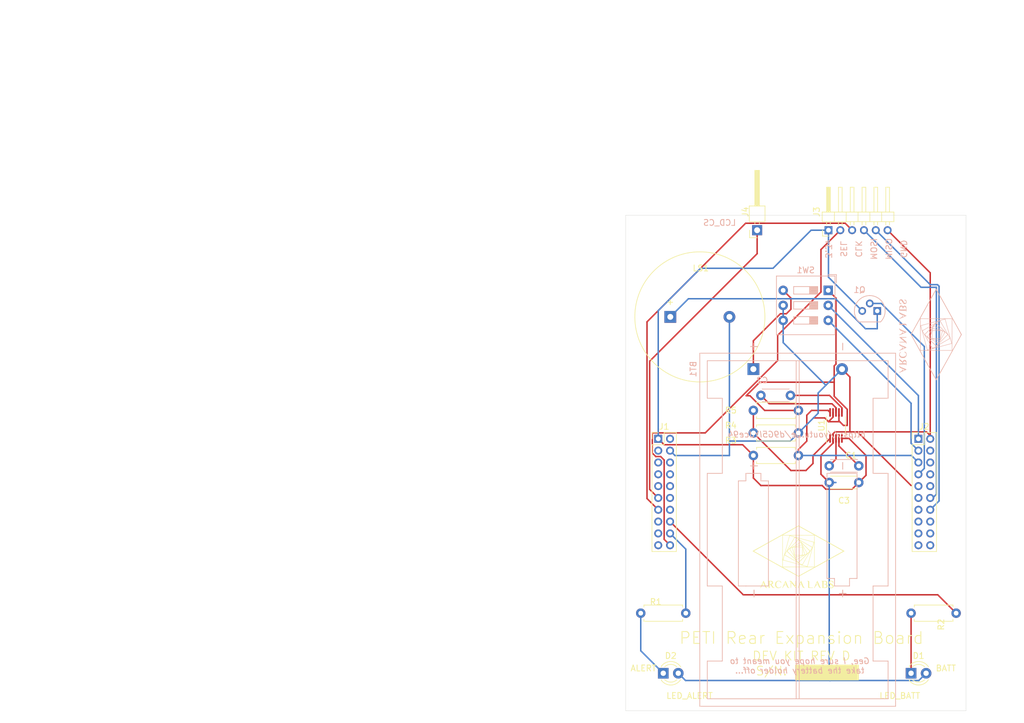
<source format=kicad_pcb>
(kicad_pcb (version 20221018) (generator pcbnew)
  (title_block (title "PETI Dev Kit - Rear Expansion Board") (date "2021-11-29") (rev "D") (company "Arcana Labs"))
  (layers (0 "F.Cu" signal) (31 "B.Cu" signal) (34 "B.Paste" user) (35 "F.Paste" user) (36 "B.SilkS" user "B.Silkscreen") (37 "F.SilkS" user "F.Silkscreen") (38 "B.Mask" user) (39 "F.Mask" user) (44 "Edge.Cuts" user))
  (net 0 "")
  (net 1 "Net-(BT1-+)")
  (net 2 "Net-(U1-C1+)")
  (net 3 "Net-(U1-C1-)")
  (net 4 "Net-(U1-C2-)")
  (net 5 "Net-(U1-C2+)")
  (net 6 "Net-(D1-K)")
  (net 7 "GROUND")
  (net 8 "3_3V")
  (net 9 "Net-(D2-K)")
  (net 17 "LCD_CS")
  (net 19 "CLOCK")
  (net 22 "LED_BATT")
  (net 24 "LED_ALERT")
  (net 26 "EXP_CS")
  (net 27 "SIG_DEBUG")
  (net 28 "SIG_MUTE")
  (net 30 "LBO")
  (net 32 "BUZZER")
  (net 37 "MOSI")
  (net 39 "MISO")
  (net 46 "SUPPLY")
  (net 48 "Net-(Q1-E)")
  (net 49 "Net-(U1-LBI)")
  (footprint "LED_THT:LED_D3.0mm" (layer "F.Cu") (at 199.39 123.19)
    (fp_text reference "D1" (at 1.27 -2.96) (layer "F.SilkS"))
    (fp_text value "LED_BATT" (at -1.905 3.81) (layer "F.SilkS"))
    (pad "1" thru_hole rect (at 0 0) (size 1.8 1.8) (drill 0.9) (layers "*.Cu" "*.Mask") (net 6 "Net-(D1-K)"))
    (pad "2" thru_hole circle (at 2.54 0) (size 1.8 1.8) (drill 0.9) (layers "*.Cu" "*.Mask") (net 7 "GROUND"))
  )
  (footprint "LED_THT:LED_D3.0mm" (layer "F.Cu") (at 157.48 123.19)
    (fp_text reference "D2" (at 1.27 -2.96) (layer "F.SilkS"))
    (fp_text value "LED_ALERT" (at 4.445 3.81) (layer "F.SilkS"))
    (pad "1" thru_hole rect (at 0 0) (size 1.8 1.8) (drill 0.9) (layers "*.Cu" "*.Mask") (net 9 "Net-(D2-K)"))
    (pad "2" thru_hole circle (at 2.54 0) (size 1.8 1.8) (drill 0.9) (layers "*.Cu" "*.Mask") (net 7 "GROUND"))
  )
  (footprint "Connector_PinHeader_2.00mm:PinHeader_1x06_P2.00mm_Horizontal" (layer "F.Cu") (at 185.42 48.26 90)
    (fp_text reference "J3" (at 3.1 -2 90) (layer "F.SilkS"))
    (fp_text value "EXP_SPI")
    (pad "1" thru_hole rect (at 0 0 90) (size 1.35 1.35) (drill 0.8) (layers "*.Cu" "*.Mask") (net 8 "3_3V"))
    (pad "2" thru_hole oval (at 0 2 90) (size 1.35 1.35) (drill 0.8) (layers "*.Cu" "*.Mask") (net 26 "EXP_CS"))
    (pad "3" thru_hole oval (at 0 4 90) (size 1.35 1.35) (drill 0.8) (layers "*.Cu" "*.Mask") (net 19 "CLOCK"))
    (pad "4" thru_hole oval (at 0 6 90) (size 1.35 1.35) (drill 0.8) (layers "*.Cu" "*.Mask") (net 37 "MOSI"))
    (pad "5" thru_hole oval (at 0 8 90) (size 1.35 1.35) (drill 0.8) (layers "*.Cu" "*.Mask") (net 39 "MISO"))
    (pad "6" thru_hole oval (at 0 10 90) (size 1.35 1.35) (drill 0.8) (layers "*.Cu" "*.Mask") (net 7 "GROUND"))
  )
  (footprint "Resistor_THT:R_Axial_DIN0207_L6.3mm_D2.5mm_P7.62mm_Horizontal" (layer "F.Cu") (at 207.01 113.03 180)
    (fp_text reference "R2" (at 2.54 -1.92 270) (layer "F.SilkS"))
    (fp_text value "100 O")
    (pad "1" thru_hole circle (at 0 0 180) (size 1.6 1.6) (drill 0.8) (layers "*.Cu" "*.Mask") (net 22 "LED_BATT"))
    (pad "2" thru_hole oval (at 7.62 0 180) (size 1.6 1.6) (drill 0.8) (layers "*.Cu" "*.Mask") (net 6 "Net-(D1-K)"))
  )
  (footprint "Resistor_THT:R_Axial_DIN0207_L6.3mm_D2.5mm_P7.62mm_Horizontal" (layer "F.Cu") (at 153.67 113.03)
    (fp_text reference "R1" (at 2.54 -1.92) (layer "F.SilkS"))
    (fp_text value "100")
    (pad "1" thru_hole circle (at 0 0) (size 1.6 1.6) (drill 0.8) (layers "*.Cu" "*.Mask") (net 9 "Net-(D2-K)"))
    (pad "2" thru_hole oval (at 7.62 0) (size 1.6 1.6) (drill 0.8) (layers "*.Cu" "*.Mask") (net 24 "LED_ALERT"))
  )
  (footprint "Connector_PinHeader_2.00mm:PinHeader_2x10_P2.00mm_Vertical" (layer "F.Cu") (at 200.63 83.54)
    (fp_text reference "J2" (at 1 -2.06) (layer "F.SilkS"))
    (fp_text value "BOOSTER_RIGHT")
    (pad "1" thru_hole rect (at 0 0) (size 1.35 1.35) (drill 0.8) (layers "*.Cu" "*.Mask") (net 27 "SIG_DEBUG"))
    (pad "2" thru_hole oval (at 2 0) (size 1.35 1.35) (drill 0.8) (layers "*.Cu" "*.Mask") (net 7 "GROUND"))
    (pad "3" thru_hole oval (at 0 2) (size 1.35 1.35) (drill 0.8) (layers "*.Cu" "*.Mask") (net 28 "SIG_MUTE"))
    (pad "4" thru_hole oval (at 2 2) (size 1.35 1.35) (drill 0.8) (layers "*.Cu" "*.Mask"))
    (pad "5" thru_hole oval (at 0 4) (size 1.35 1.35) (drill 0.8) (layers "*.Cu" "*.Mask") (net 30 "LBO"))
    (pad "6" thru_hole oval (at 2 4) (size 1.35 1.35) (drill 0.8) (layers "*.Cu" "*.Mask"))
    (pad "7" thru_hole oval (at 0 6) (size 1.35 1.35) (drill 0.8) (layers "*.Cu" "*.Mask") (net 32 "BUZZER"))
    (pad "8" thru_hole oval (at 2 6) (size 1.35 1.35) (drill 0.8) (layers "*.Cu" "*.Mask"))
    (pad "9" thru_hole oval (at 0 8) (size 1.35 1.35) (drill 0.8) (layers "*.Cu" "*.Mask"))
    (pad "10" thru_hole oval (at 2 8) (size 1.35 1.35) (drill 0.8) (layers "*.Cu" "*.Mask"))
    (pad "11" thru_hole oval (at 0 10) (size 1.35 1.35) (drill 0.8) (layers "*.Cu" "*.Mask"))
    (pad "12" thru_hole oval (at 2 10) (size 1.35 1.35) (drill 0.8) (layers "*.Cu" "*.Mask") (net 37 "MOSI"))
    (pad "13" thru_hole oval (at 0 12) (size 1.35 1.35) (drill 0.8) (layers "*.Cu" "*.Mask"))
    (pad "14" thru_hole oval (at 2 12) (size 1.35 1.35) (drill 0.8) (layers "*.Cu" "*.Mask") (net 39 "MISO"))
    (pad "15" thru_hole oval (at 0 14) (size 1.35 1.35) (drill 0.8) (layers "*.Cu" "*.Mask"))
    (pad "16" thru_hole oval (at 2 14) (size 1.35 1.35) (drill 0.8) (layers "*.Cu" "*.Mask"))
    (pad "17" thru_hole oval (at 0 16) (size 1.35 1.35) (drill 0.8) (layers "*.Cu" "*.Mask"))
    (pad "18" thru_hole oval (at 2 16) (size 1.35 1.35) (drill 0.8) (layers "*.Cu" "*.Mask"))
    (pad "19" thru_hole oval (at 0 18) (size 1.35 1.35) (drill 0.8) (layers "*.Cu" "*.Mask"))
    (pad "20" thru_hole oval (at 2 18) (size 1.35 1.35) (drill 0.8) (layers "*.Cu" "*.Mask"))
  )
  (footprint "MountingHole:MountingHole_3.2mm_M3" (layer "F.Cu") (at 154.13 126.54)
    (fp_text reference "ALERT" (at 0 -4.2) (layer "F.SilkS"))
    (fp_text value "MountingHole_3.2mm_M3")
    (pad "" np_thru_hole circle (at 0 0) (size 3.2 3.2) (drill 3.2) (layers "*.Cu" "*.Mask"))
  )
  (footprint "MountingHole:MountingHole_3.2mm_M3" (layer "F.Cu") (at 205.28 126.54)
    (fp_text reference "BATT" (at 0 -4.2) (layer "F.SilkS"))
    (fp_text value "MountingHole_3.2mm_M3")
    (pad "" np_thru_hole circle (at 0 0) (size 3.2 3.2) (drill 3.2) (layers "*.Cu" "*.Mask"))
  )
  (footprint "MountingHole:MountingHole_3.2mm_M3" (layer "F.Cu") (at 205.28 48.72)
    (fp_text reference "" (at 0 -4.2) (layer "F.SilkS"))
    (fp_text value "MountingHole_3.2mm_M3")
    (pad "" np_thru_hole circle (at 0 0) (size 3.2 3.2) (drill 3.2) (layers "*.Cu" "*.Mask"))
  )
  (footprint "MountingHole:MountingHole_3.2mm_M3" (layer "F.Cu") (at 154.13 48.72)
    (fp_text reference "" (at 5.89 -0.46) (layer "F.SilkS"))
    (fp_text value "MountingHole_3.2mm_M3")
    (pad "" np_thru_hole circle (at 0 0) (size 3.2 3.2) (drill 3.2) (layers "*.Cu" "*.Mask"))
  )
  (footprint "arclabs-specific:logo-15x10" (layer "F.Cu") (at 180.34 103.505)
    (fp_text reference "G***" hide)
    (fp_text value "LOGO" hide)
  )
  (footprint "Connector_PinHeader_2.00mm:PinHeader_2x10_P2.00mm_Vertical" (layer "F.Cu") (at 156.63 83.54)
    (fp_text reference "J1" (at 1 -2.06) (layer "F.SilkS"))
    (fp_text value "BOOSTER_LEFT")
    (pad "1" thru_hole rect (at 0 0) (size 1.35 1.35) (drill 0.8) (layers "*.Cu" "*.Mask") (net 8 "3_3V"))
    (pad "2" thru_hole oval (at 2 0) (size 1.35 1.35) (drill 0.8) (layers "*.Cu" "*.Mask"))
    (pad "3" thru_hole oval (at 0 2) (size 1.35 1.35) (drill 0.8) (layers "*.Cu" "*.Mask"))
    (pad "4" thru_hole oval (at 2 2) (size 1.35 1.35) (drill 0.8) (layers "*.Cu" "*.Mask") (net 7 "GROUND"))
    (pad "5" thru_hole oval (at 0 4) (size 1.35 1.35) (drill 0.8) (layers "*.Cu" "*.Mask"))
    (pad "6" thru_hole oval (at 2 4) (size 1.35 1.35) (drill 0.8) (layers "*.Cu" "*.Mask"))
    (pad "7" thru_hole oval (at 0 6) (size 1.35 1.35) (drill 0.8) (layers "*.Cu" "*.Mask"))
    (pad "8" thru_hole oval (at 2 6) (size 1.35 1.35) (drill 0.8) (layers "*.Cu" "*.Mask"))
    (pad "9" thru_hole oval (at 0 8) (size 1.35 1.35) (drill 0.8) (layers "*.Cu" "*.Mask"))
    (pad "10" thru_hole oval (at 2 8) (size 1.35 1.35) (drill 0.8) (layers "*.Cu" "*.Mask"))
    (pad "11" thru_hole oval (at 0 10) (size 1.35 1.35) (drill 0.8) (layers "*.Cu" "*.Mask") (net 17 "LCD_CS"))
    (pad "12" thru_hole oval (at 2 10) (size 1.35 1.35) (drill 0.8) (layers "*.Cu" "*.Mask"))
    (pad "13" thru_hole oval (at 0 12) (size 1.35 1.35) (drill 0.8) (layers "*.Cu" "*.Mask") (net 19 "CLOCK"))
    (pad "14" thru_hole oval (at 2 12) (size 1.35 1.35) (drill 0.8) (layers "*.Cu" "*.Mask"))
    (pad "15" thru_hole oval (at 0 14) (size 1.35 1.35) (drill 0.8) (layers "*.Cu" "*.Mask"))
    (pad "16" thru_hole oval (at 2 14) (size 1.35 1.35) (drill 0.8) (layers "*.Cu" "*.Mask") (net 22 "LED_BATT"))
    (pad "17" thru_hole oval (at 0 16) (size 1.35 1.35) (drill 0.8) (layers "*.Cu" "*.Mask"))
    (pad "18" thru_hole oval (at 2 16) (size 1.35 1.35) (drill 0.8) (layers "*.Cu" "*.Mask") (net 24 "LED_ALERT"))
    (pad "19" thru_hole oval (at 0 18) (size 1.35 1.35) (drill 0.8) (layers "*.Cu" "*.Mask"))
    (pad "20" thru_hole oval (at 2 18) (size 1.35 1.35) (drill 0.8) (layers "*.Cu" "*.Mask") (net 26 "EXP_CS"))
  )
  (footprint "Capacitor_THT:C_Disc_D4.3mm_W1.9mm_P5.00mm" (layer "F.Cu") (at 185.547 90.932)
    (fp_text reference "C3" (at 2.5 3.048) (layer "F.SilkS"))
    (fp_text value "2.2 uF")
    (pad "1" thru_hole circle (at 0 0) (size 1.6 1.6) (drill 0.8) (layers "*.Cu" "*.Mask") (net 7 "GROUND"))
    (pad "2" thru_hole circle (at 5 0) (size 1.6 1.6) (drill 0.8) (layers "*.Cu" "*.Mask") (net 8 "3_3V"))
  )
  (footprint "Connector_PinHeader_2.54mm:PinHeader_1x01_P2.54mm_Horizontal" (layer "F.Cu") (at 173.355 48.26 90)
    (fp_text reference "J4" (at 3.1 -2 90) (layer "F.SilkS"))
    (fp_text value "EXP_LCD_CS")
    (pad "1" thru_hole rect (at 0 0 90) (size 1.7 1.7) (drill 1) (layers "*.Cu" "*.Mask") (net 17 "LCD_CS"))
  )
  (footprint "Resistor_THT:R_Axial_DIN0207_L6.3mm_D2.5mm_P7.62mm_Horizontal" (layer "F.Cu") (at 180.34 86.36 180)
    (fp_text reference "R3" (at 11.43 2.54 180) (layer "F.SilkS"))
    (fp_text value "100 kO")
    (pad "1" thru_hole circle (at 0 0 180) (size 1.6 1.6) (drill 0.8) (layers "*.Cu" "*.Mask") (net 30 "LBO"))
    (pad "2" thru_hole oval (at 7.62 0 180) (size 1.6 1.6) (drill 0.8) (layers "*.Cu" "*.Mask") (net 8 "3_3V"))
  )
  (footprint "Resistor_THT:R_Axial_DIN0207_L6.3mm_D2.5mm_P7.62mm_Horizontal" (layer "F.Cu") (at 180.34 82.55 180)
    (fp_text reference "R4" (at 11.43 1.27 180) (layer "F.SilkS"))
    (fp_text value "649 kO")
    (pad "1" thru_hole circle (at 0 0 180) (size 1.6 1.6) (drill 0.8) (layers "*.Cu" "*.Mask") (net 7 "GROUND"))
    (pad "2" thru_hole oval (at 7.62 0 180) (size 1.6 1.6) (drill 0.8) (layers "*.Cu" "*.Mask") (net 49 "Net-(U1-LBI)"))
  )
  (footprint "Resistor_THT:R_Axial_DIN0207_L6.3mm_D2.5mm_P7.62mm_Horizontal" (layer "F.Cu") (at 172.72 78.74)
    (fp_text reference "R5" (at -3.81 0) (layer "F.SilkS"))
    (fp_text value "340 kO")
    (pad "1" thru_hole circle (at 0 0) (size 1.6 1.6) (drill 0.8) (layers "*.Cu" "*.Mask") (net 49 "Net-(U1-LBI)"))
    (pad "2" thru_hole oval (at 7.62 0) (size 1.6 1.6) (drill 0.8) (layers "*.Cu" "*.Mask") (net 46 "SUPPLY"))
  )
  (footprint "Package_SO:VSSOP-10_3x3mm_P0.5mm" (layer "F.Cu") (at 186.69 81.28 90)
    (fp_text reference "U1" (at 0 -2.45 90) (layer "F.SilkS"))
    (fp_text value "TPS60204DGS")
    (pad "1" smd roundrect (at -2.2 -1 90) (size 1.45 0.3) (layers "F.Cu" "F.Paste" "F.Mask") (net 49 "Net-(U1-LBI)"))
    (pad "2" smd roundrect (at -2.2 -0.5 90) (size 1.45 0.3) (layers "F.Cu" "F.Paste" "F.Mask") (net 7 "GROUND"))
    (pad "3" smd roundrect (at -2.2 0 90) (size 1.45 0.3) (layers "F.Cu" "F.Paste" "F.Mask") (net 3 "Net-(U1-C1-)"))
    (pad "4" smd roundrect (at -2.2 0.5 90) (size 1.45 0.3) (layers "F.Cu" "F.Paste" "F.Mask") (net 2 "Net-(U1-C1+)"))
    (pad "5" smd roundrect (at -2.2 1 90) (size 1.45 0.3) (layers "F.Cu" "F.Paste" "F.Mask") (net 8 "3_3V"))
    (pad "6" smd roundrect (at 2.2 1 90) (size 1.45 0.3) (layers "F.Cu" "F.Paste" "F.Mask") (net 5 "Net-(U1-C2+)"))
    (pad "7" smd roundrect (at 2.2 0.5 90) (size 1.45 0.3) (layers "F.Cu" "F.Paste" "F.Mask") (net 46 "SUPPLY"))
    (pad "8" smd roundrect (at 2.2 0 90) (size 1.45 0.3) (layers "F.Cu" "F.Paste" "F.Mask") (net 4 "Net-(U1-C2-)"))
    (pad "9" smd roundrect (at 2.2 -0.5 90) (size 1.45 0.3) (layers "F.Cu" "F.Paste" "F.Mask") (net 46 "SUPPLY"))
    (pad "10" smd roundrect (at 2.2 -1 90) (size 1.45 0.3) (layers "F.Cu" "F.Paste" "F.Mask") (net 30 "LBO"))
  )
  (footprint "footprints:Buzzer_D20mm_H7mm_P10mm" (layer "F.Cu") (at 158.67 62.92)
    (fp_text reference "LS1" (at 5.16 -8.23) (layer "F.SilkS"))
    (fp_text value "AST-02308MR-R")
    (fp_text user "+" (at -0.01 -2.54) (layer "F.SilkS"))
    (pad "1" thru_hole rect (at 0 0) (size 2 2) (drill 1) (layers "*.Cu" "*.Mask") (net 48 "Net-(Q1-E)"))
    (pad "2" thru_hole circle (at 10 0) (size 2 2) (drill 1) (layers "*.Cu" "*.Mask") (net 7 "GROUND"))
  )
  (footprint "" (layer "F.Cu") (at 45.56 9.58)
    (fp_text reference "" (at 172.72 71.755) (layer "F.SilkS") (effects (font (size 1.27 1.27))))
    (fp_text value "" (at 172.72 71.755) (layer "F.SilkS") (effects (font (size 1.27 1.27))))
  )
  (footprint "arclabs-specific:logo-15x10" (layer "B.Cu") (at 202.67 65.92 90)
    (fp_text reference "G***" hide)
    (fp_text value "LOGO" hide)
  )
  (footprint "Capacitor_THT:C_Disc_D4.3mm_W1.9mm_P5.00mm" (layer "B.Cu") (at 190.54451 88.114816 180)
    (fp_text reference "C1" (at 1.31451 1.754816) (layer "F.SilkS"))
    (fp_text value "1 uF")
    (pad "1" thru_hole circle (at 0 0 180) (size 1.6 1.6) (drill 0.8) (layers "*.Cu" "*.Mask") (net 2 "Net-(U1-C1+)"))
    (pad "2" thru_hole circle (at 5 0 180) (size 1.6 1.6) (drill 0.8) (layers "*.Cu" "*.Mask") (net 3 "Net-(U1-C1-)"))
  )
  (footprint "Capacitor_THT:C_Disc_D4.3mm_W1.9mm_P5.00mm" (layer "B.Cu") (at 173.99 76.2)
    (fp_text reference "C2" (at 0.23 -2.54) (layer "B.SilkS") (effects (justify mirror)))
    (fp_text value "1 uF")
    (pad "1" thru_hole circle (at 0 0) (size 1.6 1.6) (drill 0.8) (layers "*.Cu" "*.Mask") (net 4 "Net-(U1-C2-)"))
    (pad "2" thru_hole circle (at 5 0) (size 1.6 1.6) (drill 0.8) (layers "*.Cu" "*.Mask") (net 5 "Net-(U1-C2+)"))
  )
  (footprint "Battery:BatteryHolder_Keystone_2462_2xAA" (layer "B.Cu") (at 172.72 71.755 -90)
    (fp_text reference "BT1" (at 0 10.16 90) (layer "B.SilkS") (effects (justify mirror)))
    (fp_text value "Battery 2xAA Series")
    (fp_text user "+" (at 16.355 0 -90) (layer "B.SilkS") (effects (font (size 1.5 1.5)) (justify mirror)))
    (fp_text user "-" (at -3.81 -14.99 -90) (layer "B.SilkS") (effects (font (size 1.5 1.5)) (justify mirror)))
    (fp_text user "-" (at 37.945 0 -90) (layer "B.SilkS") (effects (font (size 1.5 1.5)) (justify mirror)))
    (fp_text user "+" (at 37.945 -14.99 -90) (layer "B.SilkS") (effects (font (size 1.5 1.5)) (justify mirror)))
    (fp_text user "+" (at -3.81 0 -90) (layer "B.SilkS") (effects (font (size 1.5 1.5)) (justify mirror)))
    (fp_text user "-" (at 16.355 -14.99 -90) (layer "B.SilkS") (effects (font (size 1.5 1.5)) (justify mirror)))
    (pad "" np_thru_hole circle (at 27.165 -14.99 270) (size 3.3 3.3) (drill 3.3) (layers "*.Cu" "*.Mask"))
    (pad "" np_thru_hole circle (at 27.165 0 270) (size 3.3 3.3) (drill 3.3) (layers "*.Cu" "*.Mask"))
    (pad "1" thru_hole rect (at 0 0 270) (size 2 2) (drill 1.02) (layers "*.Cu" "*.Mask") (net 1 "Net-(BT1-+)"))
    (pad "2" thru_hole circle (at 0 -14.99 270) (size 2 2) (drill 1.02) (layers "*.Cu" "*.Mask") (net 7 "GROUND"))
  )
  (footprint "Package_TO_SOT_THT:TO-92" (layer "B.Cu") (at 193.67 61.92 180)
    (fp_text reference "Q1" (at 3 3.56) (layer "B.SilkS") (effects (justify mirror)))
    (fp_text value "2N2222A")
    (pad "1" thru_hole rect (at 0 0 180) (size 1.3 1.3) (drill 0.75) (layers "*.Cu" "*.Mask") (net 48 "Net-(Q1-E)"))
    (pad "2" thru_hole circle (at 1.27 1.27 180) (size 1.3 1.3) (drill 0.75) (layers "*.Cu" "*.Mask") (net 32 "BUZZER"))
    (pad "3" thru_hole circle (at 2.54 0 180) (size 1.3 1.3) (drill 0.75) (layers "*.Cu" "*.Mask") (net 8 "3_3V"))
  )
  (footprint "Button_Switch_THT:SW_DIP_SPSTx03_Slide_9.78x9.8mm_W7.62mm_P2.54mm" (layer "B.Cu") (at 185.3775 58.435 180)
    (fp_text reference "SW1" (at 3.81 3.42) (layer "B.SilkS") (effects (justify mirror)))
    (fp_text value "SW_DIP_x03")
    (pad "1" thru_hole rect (at 0 0 180) (size 1.6 1.6) (drill 0.8) (layers "*.Cu" "*.Mask") (net 46 "SUPPLY"))
    (pad "2" thru_hole oval (at 0 -2.54 180) (size 1.6 1.6) (drill 0.8) (layers "*.Cu" "*.Mask") (net 27 "SIG_DEBUG"))
    (pad "3" thru_hole oval (at 0 -5.08 180) (size 1.6 1.6) (drill 0.8) (layers "*.Cu" "*.Mask") (net 28 "SIG_MUTE"))
    (pad "4" thru_hole oval (at 7.62 -5.08 180) (size 1.6 1.6) (drill 0.8) (layers "*.Cu" "*.Mask") (net 7 "GROUND"))
    (pad "5" thru_hole oval (at 7.62 -2.54 180) (size 1.6 1.6) (drill 0.8) (layers "*.Cu" "*.Mask") (net 7 "GROUND"))
    (pad "6" thru_hole oval (at 7.62 0 180) (size 1.6 1.6) (drill 0.8) (layers "*.Cu" "*.Mask") (net 1 "Net-(BT1-+)"))
  )
  (gr_poly (pts (xy 190.5 124.333) (xy 179.832 124.333) (xy 179.832 121.793) (xy 190.5 121.793)) (stroke (width 0.1)) (fill solid) (layer "F.SilkS"))
  (gr_line (start 208.68 129.54) (end 208.68 45.72) (stroke (width 0.05)) (layer "Edge.Cuts"))
  (gr_line (start 151.13 45.72) (end 208.68 45.72) (stroke (width 0.05)) (layer "Edge.Cuts"))
  (gr_line (start 151.13 129.54) (end 151.13 45.72) (stroke (width 0.05)) (layer "Edge.Cuts"))
  (gr_line (start 151.13 129.54) (end 208.68 129.54) (stroke (width 0.05)) (layer "Edge.Cuts"))
  (gr_text "GND" (at 198.12 51.435 -90) (layer "B.SilkS") (effects (font (size 1 1)) (justify mirror)))
  (gr_text "MOSI" (at 193.04 51.435 -90) (layer "B.SilkS") (effects (font (size 1 1)) (justify mirror)))
  (gr_text "MISO" (at 195.58 51.435 -90) (layer "B.SilkS") (effects (font (size 1 1)) (justify mirror)))
  (gr_text "SEL" (at 187.96 51.435 270) (layer "B.SilkS") (effects (font (size 1 1)) (justify mirror)))
  (gr_text "Gee, I sure hope you meant to\ntake the battery holder off..." (at 180.594 121.92) (layer "B.SilkS") (effects (font (size 1 1) (thickness 0.15) italic) (justify mirror)))
  (gr_text "3.3v" (at 185.42 51.435 -90) (layer "B.SilkS") (effects (font (size 1 1)) (justify mirror)))
  (gr_text "CLK" (at 190.5 51.435 -90) (layer "B.SilkS") (effects (font (size 1 1)) (justify mirror)))
  (gr_text "https://youtu.be/d9G5IYdce94" (at 180.086 82.804) (layer "B.SilkS") (effects (font (size 1 1) (thickness 0.15) italic) (justify mirror)))
  (gr_text "LCD_CS" (at 167.005 46.99) (layer "B.SilkS") (effects (font (size 1 1)) (justify mirror)))
  (gr_text "PETI Rear Expansion Board" (at 180.848 117.221) (layer "F.SilkS") (effects (font (size 2 2))))
  (gr_text "DEV KIT REV D" (at 180.848 120.269) (layer "F.SilkS") (effects (font (size 1.5 1.5))))
  (gr_text "S/N:" (at 175.768 122.809) (layer "F.SilkS") (effects (font (size 1.5 1.5))))
  (segment (start 172.72 71.755) (end 172.72 66.9622) (width 0.25) (layer "F.Cu") (net 1))
  (segment (start 179.07 61.623896) (end 179.07 59.7475) (width 0.25) (layer "F.Cu") (net 1))
  (segment (start 177.291711 62.390489) (end 178.303407 62.390489) (width 0.25) (layer "F.Cu") (net 1))
  (segment (start 179.07 59.7475) (end 177.7575 58.435) (width 0.25) (layer "F.Cu") (net 1))
  (segment (start 178.303407 62.390489) (end 179.07 61.623896) (width 0.25) (layer "F.Cu") (net 1))
  (segment (start 172.72 66.9622) (end 177.291711 62.390489) (width 0.25) (layer "F.Cu") (net 1))
  (segment (start 187.19 84.760306) (end 190.54451 88.114816) (width 0.25) (layer "F.Cu") (net 2))
  (segment (start 187.19 83.48) (end 187.19 84.760306) (width 0.25) (layer "F.Cu") (net 2))
  (segment (start 186.69 83.48) (end 186.69 86.969326) (width 0.25) (layer "F.Cu") (net 3))
  (segment (start 186.69 86.969326) (end 185.54451 88.114816) (width 0.25) (layer "F.Cu") (net 3))
  (segment (start 173.99 76.2) (end 175.405489 77.615489) (width 0.25) (layer "F.Cu") (net 4))
  (segment (start 175.405489 77.615489) (end 186.015495 77.615489) (width 0.25) (layer "F.Cu") (net 4))
  (segment (start 186.015495 77.615489) (end 186.69 78.289994) (width 0.25) (layer "F.Cu") (net 4))
  (segment (start 186.69 78.289994) (end 186.69 78.74) (width 0.25) (layer "F.Cu") (net 4))
  (segment (start 186.69 78.289298) (end 186.69 79.08) (width 0.25) (layer "F.Cu") (net 4))
  (segment (start 178.99 76.2) (end 185.600006 76.2) (width 0.25) (layer "F.Cu") (net 5))
  (segment (start 185.600006 76.2) (end 187.69 78.289994) (width 0.25) (layer "F.Cu") (net 5))
  (segment (start 187.69 79.08) (end 187.69 78.289994) (width 0.25) (layer "F.Cu") (net 5))
  (segment (start 199.39 113.03) (end 199.39 123.19) (width 0.25) (layer "F.Cu") (net 6))
  (segment (start 184.15 86.310006) (end 186.21548 84.244526) (width 0.25) (layer "F.Cu") (net 7))
  (segment (start 186.19 82.755) (end 186.19 83.48) (width 0.25) (layer "F.Cu") (net 7))
  (segment (start 202.63 83.54) (end 202.63 55.47) (width 0.25) (layer "F.Cu") (net 7))
  (segment (start 203.17 83.54) (end 201.994999 82.364999) (width 0.25) (layer "F.Cu") (net 7))
  (segment (start 189.044999 82.364999) (end 186.514299 82.364999) (width 0.25) (layer "F.Cu") (net 7))
  (segment (start 185.547 90.932) (end 184.422489 89.807489) (width 0.25) (layer "F.Cu") (net 7))
  (segment (start 186.19 82.689298) (end 186.19 82.755) (width 0.25) (layer "F.Cu") (net 7))
  (segment (start 186.19 84.270702) (end 186.19 83.48) (width 0.25) (layer "F.Cu") (net 7))
  (segment (start 201.994999 82.364999) (end 190.314999 82.364999) (width 0.25) (layer "F.Cu") (net 7))
  (segment (start 185.547 90.932) (end 184.421999 89.806999) (width 0.25) (layer "F.Cu") (net 7))
  (segment (start 202.63 55.47) (end 195.42 48.26) (width 0.25) (layer "F.Cu") (net 7))
  (segment (start 186.514299 82.364999) (end 186.19 82.689298) (width 0.25) (layer "F.Cu") (net 7))
  (segment (start 184.422489 89.807489) (end 184.15 89.535) (width 0.25) (layer "F.Cu") (net 7))
  (segment (start 187.71 71.755) (end 189.044999 73.089999) (width 0.25) (layer "F.Cu") (net 7))
  (segment (start 199.39 91.44) (end 190.314999 82.364999) (width 0.25) (layer "F.Cu") (net 7))
  (segment (start 190.314999 82.364999) (end 189.044999 82.364999) (width 0.25) (layer "F.Cu") (net 7))
  (segment (start 184.15 89.535) (end 184.15 86.310006) (width 0.25) (layer "F.Cu") (net 7))
  (segment (start 189.044999 73.089999) (end 189.044999 82.364999) (width 0.25) (layer "F.Cu") (net 7))
  (segment (start 186.21548 84.244526) (end 186.21548 83.82) (width 0.25) (layer "F.Cu") (net 7))
  (segment (start 186.67837 90.932) (end 185.547 90.932) (width 0.25) (layer "B.Cu") (net 7))
  (segment (start 161.245 124.415) (end 160.02 123.19) (width 0.25) (layer "B.Cu") (net 7))
  (segment (start 168.67 86.368511) (end 159.458511 86.368511) (width 0.25) (layer "B.Cu") (net 7))
  (segment (start 200.705 124.415) (end 185.67 124.415) (width 0.25) (layer "B.Cu") (net 7))
  (segment (start 178.97 83.92) (end 180.34 82.55) (width 0.25) (layer "B.Cu") (net 7))
  (segment (start 184.9775 74.4875) (end 187.71 71.755) (width 0.25) (layer "B.Cu") (net 7))
  (segment (start 177.7575 66.92) (end 177.7575 67.2675) (width 0.25) (layer "B.Cu") (net 7))
  (segment (start 180.34 82.55) (end 183.67 79.22) (width 0.25) (layer "B.Cu") (net 7))
  (segment (start 185.67 124.415) (end 161.245 124.415) (width 0.25) (layer "B.Cu") (net 7))
  (segment (start 183.67 79.22) (end 183.67 75.795) (width 0.25) (layer "B.Cu") (net 7))
  (segment (start 183.67 75.795) (end 184.9775 74.4875) (width 0.25) (layer "B.Cu") (net 7))
  (segment (start 185.547 90.932) (end 185.547 124.292) (width 0.25) (layer "B.Cu") (net 7))
  (segment (start 201.93 123.19) (end 200.705 124.415) (width 0.25) (layer "B.Cu") (net 7))
  (segment (start 168.67 62.92) (end 168.67 83.92) (width 0.25) (layer "B.Cu") (net 7))
  (segment (start 185.547 124.292) (end 185.67 124.415) (width 0.25) (layer "B.Cu") (net 7))
  (segment (start 177.7575 63.515) (end 177.7575 66.92) (width 0.25) (layer "B.Cu") (net 7))
  (segment (start 159.458511 86.368511) (end 158.63 85.54) (width 0.25) (layer "B.Cu") (net 7))
  (segment (start 177.7575 67.2675) (end 184.9775 74.4875) (width 0.25) (layer "B.Cu") (net 7))
  (segment (start 177.7575 60.975) (end 177.7575 63.515) (width 0.25) (layer "B.Cu") (net 7))
  (segment (start 168.67 83.92) (end 168.67 86.368511) (width 0.25) (layer "B.Cu") (net 7))
  (segment (start 168.67 83.92) (end 178.97 83.92) (width 0.25) (layer "B.Cu") (net 7))
  (segment (start 191.77 86.36) (end 188.89 83.48) (width 0.25) (layer "F.Cu") (net 8))
  (segment (start 184.967915 92.056511) (end 184.351404 91.44) (width 0.25) (layer "F.Cu") (net 8))
  (segment (start 190.547 90.932) (end 191.77 89.709) (width 0.25) (layer "F.Cu") (net 8))
  (segment (start 184.351404 91.44) (end 173.99 91.44) (width 0.25) (layer "F.Cu") (net 8))
  (segment (start 184.967915 92.056511) (end 189.422489 92.056511) (width 0.25) (layer "F.Cu") (net 8))
  (segment (start 188.89 83.48) (end 187.69 83.48) (width 0.25) (layer "F.Cu") (net 8))
  (segment (start 170.899511 84.539511) (end 157.629511 84.539511) (width 0.25) (layer "F.Cu") (net 8))
  (segment (start 172.72 90.17) (end 172.72 86.36) (width 0.25) (layer "F.Cu") (net 8))
  (segment (start 191.77 89.709) (end 191.77 86.36) (width 0.25) (layer "F.Cu") (net 8))
  (segment (start 172.72 86.36) (end 170.899511 84.539511) (width 0.25) (layer "F.Cu") (net 8))
  (segment (start 173.99 91.44) (end 172.72 90.17) (width 0.25) (layer "F.Cu") (net 8))
  (segment (start 156.63 83.54) (end 157.629511 84.539511) (width 0.25) (layer "F.Cu") (net 8))
  (segment (start 189.422489 92.056511) (end 190.547 90.932) (width 0.25) (layer "F.Cu") (net 8))
  (segment (start 156.63 83.54) (end 156.63 61.861857) (width 0.25) (layer "B.Cu") (net 8))
  (segment (start 185.42 56.21) (end 191.13 61.92) (width 0.25) (layer "B.Cu") (net 8))
  (segment (start 163.786858 54.704999) (end 176.039999 54.704999) (width 0.25) (layer "B.Cu") (net 8))
  (segment (start 182.484998 48.26) (end 176.039999 54.704999) (width 0.25) (layer "B.Cu") (net 8))
  (segment (start 185.42 48.26) (end 182.484998 48.26) (width 0.25) (layer "B.Cu") (net 8))
  (segment (start 156.63 61.861857) (end 163.786858 54.704999) (width 0.25) (layer "B.Cu") (net 8))
  (segment (start 185.42 48.26) (end 185.42 56.21) (width 0.25) (layer "B.Cu") (net 8))
  (segment (start 153.67 119.38) (end 157.48 123.19) (width 0.25) (layer "B.Cu") (net 9))
  (segment (start 153.67 113.03) (end 153.67 119.38) (width 0.25) (layer "B.Cu") (net 9))
  (segment (start 173.355 52.235) (end 155.180969 70.409031) (width 0.25) (layer "F.Cu") (net 17))
  (segment (start 173.355 48.26) (end 173.355 52.235) (width 0.25) (layer "F.Cu") (net 17))
  (segment (start 155.180969 70.409031) (end 155.180969 92.090969) (width 0.25) (layer "F.Cu") (net 17))
  (segment (start 155.180969 92.090969) (end 156.63 93.54) (width 0.25) (layer "F.Cu") (net 17))
  (segment (start 171.406368 47.085489) (end 188.245489 47.085489) (width 0.25) (layer "F.Cu") (net 19))
  (segment (start 188.245489 47.085489) (end 189.42 48.26) (width 0.25) (layer "F.Cu") (net 19))
  (segment (start 154.731449 93.641449) (end 154.731449 63.760408) (width 0.25) (layer "F.Cu") (net 19))
  (segment (start 154.731449 63.760408) (end 171.406368 47.085489) (width 0.25) (layer "F.Cu") (net 19))
  (segment (start 156.63 95.54) (end 154.731449 93.641449) (width 0.25) (layer "F.Cu") (net 19))
  (segment (start 171.01 109.92) (end 203.9 109.92) (width 0.25) (layer "F.Cu") (net 22))
  (segment (start 158.63 97.54) (end 171.01 109.92) (width 0.25) (layer "F.Cu") (net 22))
  (segment (start 203.9 109.92) (end 207.01 113.03) (width 0.25) (layer "F.Cu") (net 22))
  (segment (start 161.29 102.2) (end 161.29 113.03) (width 0.25) (layer "B.Cu") (net 24))
  (segment (start 158.63 99.54) (end 161.29 102.2) (width 0.25) (layer "B.Cu") (net 24))
  (segment (start 157.629511 100.539511) (end 158.63 101.54) (width 0.25) (layer "F.Cu") (net 26))
  (segment (start 155.630489 82.540489) (end 155.630489 85.954012) (width 0.25) (layer "F.Cu") (net 26))
  (segment (start 176.8228 70.301222) (end 164.583533 82.540489) (width 0.25) (layer "F.Cu") (net 26))
  (segment (start 187.42 48.26) (end 184.15 51.53) (width 0.25) (layer "F.Cu") (net 26))
  (segment (start 157.044012 86.539511) (end 157.629511 87.12501) (width 0.25) (layer "F.Cu") (net 26))
  (segment (start 164.583533 82.540489) (end 155.630489 82.540489) (width 0.25) (layer "F.Cu") (net 26))
  (segment (start 155.630489 85.954012) (end 156.215988 86.539511) (width 0.25) (layer "F.Cu") (net 26))
  (segment (start 184.15 51.53) (end 184.15 58.7128) (width 0.25) (layer "F.Cu") (net 26))
  (segment (start 184.15 58.7128) (end 176.8228 66.04) (width 0.25) (layer "F.Cu") (net 26))
  (segment (start 157.629511 87.12501) (end 157.629511 100.539511) (width 0.25) (layer "F.Cu") (net 26))
  (segment (start 176.8228 66.04) (end 176.8228 70.301222) (width 0.25) (layer "F.Cu") (net 26))
  (segment (start 156.215988 86.539511) (end 157.044012 86.539511) (width 0.25) (layer "F.Cu") (net 26))
  (segment (start 185.3775 60.975) (end 200.63 76.2275) (width 0.25) (layer "B.Cu") (net 27))
  (segment (start 200.63 76.2275) (end 200.63 83.54) (width 0.25) (layer "B.Cu") (net 27))
  (segment (start 199.39 84.3) (end 200.63 85.54) (width 0.25) (layer "B.Cu") (net 28))
  (segment (start 185.3775 63.515) (end 199.39 77.5275) (width 0.25) (layer "B.Cu") (net 28))
  (segment (start 199.39 77.5275) (end 199.39 84.3) (width 0.25) (layer "B.Cu") (net 28))
  (segment (start 185.35 78.74) (end 185.69 79.08) (width 0.25) (layer "F.Cu") (net 30))
  (segment (start 180.34 85.344) (end 181.755489 83.928511) (width 0.25) (layer "F.Cu") (net 30))
  (segment (start 181.755489 79.544211) (end 182.5597 78.74) (width 0.25) (layer "F.Cu") (net 30))
  (segment (start 180.34 85.344) (end 180.34 85.918991) (width 0.25) (layer "F.Cu") (net 30))
  (segment (start 181.755489 83.928511) (end 181.755489 79.544211) (width 0.25) (layer "F.Cu") (net 30))
  (segment (start 182.5597 78.74) (end 185.35 78.74) (width 0.25) (layer "F.Cu") (net 30))
  (segment (start 180.34 86.36) (end 199.45 86.36) (width 0.25) (layer "B.Cu") (net 30))
  (segment (start 199.45 86.36) (end 200.63 87.54) (width 0.25) (layer "B.Cu") (net 30))
  (segment (start 201.63 67.93) (end 194.35 60.65) (width 0.25) (layer "B.Cu") (net 32))
  (segment (start 201.63 88.54) (end 201.63 67.93) (width 0.25) (layer "B.Cu") (net 32))
  (segment (start 200.63 89.54) (end 201.63 88.54) (width 0.25) (layer "B.Cu") (net 32))
  (segment (start 194.35 60.65) (end 192.4 60.65) (width 0.25) (layer "B.Cu") (net 32))
  (segment (start 203.67 92.92) (end 203.67 57.92) (width 0.25) (layer "B.Cu") (net 37))
  (segment (start 203.05 93.54) (end 203.67 92.92) (width 0.25) (layer "B.Cu") (net 37))
  (segment (start 203.67 57.92) (end 201.08 57.92) (width 0.25) (layer "B.Cu") (net 37))
  (segment (start 201.08 57.92) (end 191.42 48.26) (width 0.25) (layer "B.Cu") (net 37))
  (segment (start 202.63 93.54) (end 203.05 93.54) (width 0.25) (layer "B.Cu") (net 37))
  (segment (start 204.12 94.05) (end 202.63 95.54) (width 0.25) (layer "B.Cu") (net 39))
  (segment (start 193.42 48.26) (end 202.63 57.47) (width 0.25) (layer "B.Cu") (net 39))
  (segment (start 202.63 57.47) (end 203.856396 57.47) (width 0.25) (layer "B.Cu") (net 39))
  (segment (start 204.12 57.733604) (end 204.12 94.05) (width 0.25) (layer "B.Cu") (net 39))
  (segment (start 203.856396 57.47) (end 204.12 57.733604) (width 0.25) (layer "B.Cu") (net 39))
  (segment (start 186.385489 71.206368) (end 186.385489 73.964511) (width 0.25) (layer "F.Cu") (net 46))
  (segment (start 188.595479 81.28) (end 187.96 81.28) (width 0.25) (layer "F.Cu") (net 46))
  (segment (start 187.325 80.645) (end 187.19 80.51) (width 0.25) (layer "F.Cu") (net 46))
  (segment (start 187.19 80.51) (end 187.19 79.51) (width 0.25) (layer "F.Cu") (net 46))
  (segment (start 185.42 80.645) (end 186.19 79.875) (width 0.25) (layer "F.Cu") (net 46))
  (segment (start 185.42 80.645) (end 184.785 80.01) (width 0.25) (layer "F.Cu") (net 46))
  (segment (start 186.69 70.901857) (end 186.385489 71.206368) (width 0.25) (layer "F.Cu") (net 46))
  (segment (start 185.3775 58.435) (end 186.69 59.7475) (width 0.25) (layer "F.Cu") (net 46))
  (segment (start 173.795229 73.964511) (end 186.385489 73.964511) (width 0.25) (layer "F.Cu") (net 46))
  (segment (start 184.785 80.01) (end 182.88 80.01) (width 0.25) (layer "F.Cu") (net 46))
  (segment (start 187.19 79.51) (end 187.21499 79.48501) (width 0.25) (layer "F.Cu") (net 46))
  (segment (start 187.96 81.28) (end 187.325 80.645) (width 0.25) (layer "F.Cu") (net 46))
  (segment (start 188.595479 78.559755) (end 188.595479 81.28) (width 0.25) (layer "F.Cu") (net 46))
  (segment (start 185.42 80.645) (end 187.325 80.645) (width 0.25) (layer "F.Cu") (net 46))
  (segment (start 186.385489 76.349765) (end 188.595479 78.559755) (width 0.25) (layer "F.Cu") (net 46))
  (segment (start 186.19 79.875) (end 186.19 79.08) (width 0.25) (layer "F.Cu") (net 46))
  (segment (start 171.50487 76.25487) (end 173.795229 73.964511) (width 0.25) (layer "F.Cu") (net 46))
  (segment (start 186.385489 73.964511) (end 186.385489 76.349765) (width 0.25) (layer "F.Cu") (net 46))
  (segment (start 186.69 59.7475) (end 186.69 70.901857) (width 0.25) (layer "F.Cu") (net 46))
  (segment (start 174.625718 78.74) (end 172.140588 76.25487) (width 0.25) (layer "F.Cu") (net 46))
  (segment (start 172.140588 76.25487) (end 171.50487 76.25487) (width 0.25) (layer "F.Cu") (net 46))
  (segment (start 180.34 78.74) (end 174.625718 78.74) (width 0.25) (layer "F.Cu") (net 46))
  (segment (start 158.67 62.92) (end 161.74 59.85) (width 0.25) (layer "B.Cu") (net 48))
  (segment (start 186.6 59.85) (end 191.67 64.92) (width 0.25) (layer "B.Cu") (net 48))
  (segment (start 161.74 59.85) (end 186.6 59.85) (width 0.25) (layer "B.Cu") (net 48))
  (segment (start 193.67 64.92) (end 193.67 61.92) (width 0.25) (layer "B.Cu") (net 48))
  (segment (start 191.67 64.92) (end 193.67 64.92) (width 0.25) (layer "B.Cu") (net 48))
  (segment (start 181.61 88.9) (end 179.07 88.9) (width 0.25) (layer "F.Cu") (net 49))
  (segment (start 179.07 88.9) (end 172.72 82.55) (width 0.25) (layer "F.Cu") (net 49))
  (segment (start 182.801489 86.368511) (end 182.801489 87.708511) (width 0.25) (layer "F.Cu") (net 49))
  (segment (start 185.69 83.48) (end 182.801489 86.368511) (width 0.25) (layer "F.Cu") (net 49))
  (segment (start 172.72 82.55) (end 172.72 78.74) (width 0.25) (layer "F.Cu") (net 49))
  (segment (start 182.801489 87.708511) (end 181.61 88.9) (width 0.25) (layer "F.Cu") (net 49))
)
</source>
